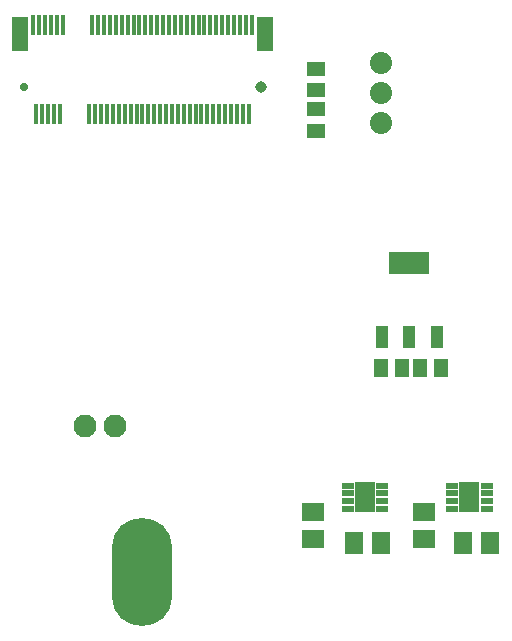
<source format=gts>
G04*
G04 #@! TF.GenerationSoftware,Altium Limited,Altium Designer,23.8.1 (32)*
G04*
G04 Layer_Color=8388736*
%FSLAX44Y44*%
%MOMM*%
G71*
G04*
G04 #@! TF.SameCoordinates,C7883470-4D28-45A4-81C0-78593BF10AE1*
G04*
G04*
G04 #@! TF.FilePolarity,Negative*
G04*
G01*
G75*
%ADD26R,3.4000X1.9000*%
%ADD27R,1.1000X1.9000*%
%ADD28R,1.3500X2.9000*%
%ADD29R,0.4500X1.7000*%
%ADD30R,1.3000X1.6000*%
%ADD31R,1.6000X1.3000*%
%ADD32R,1.5500X1.8500*%
%ADD33R,1.8500X1.5500*%
%ADD34R,1.7500X2.5500*%
%ADD35R,1.0500X0.5000*%
%ADD36C,1.9400*%
%ADD37C,1.8750*%
%ADD38C,0.9750*%
%ADD39C,0.7250*%
%ADD40O,5.1500X9.1500*%
D26*
X1328420Y1065280D02*
D03*
D27*
X1351420Y1002280D02*
D03*
X1328420D02*
D03*
X1305420D02*
D03*
D28*
X1205860Y1259120D02*
D03*
X998860D02*
D03*
D29*
X1194860Y1266870D02*
D03*
X1192360Y1191370D02*
D03*
X1189860Y1266870D02*
D03*
X1187360Y1191370D02*
D03*
X1184860Y1266870D02*
D03*
X1182360Y1191370D02*
D03*
X1179860Y1266870D02*
D03*
X1177360Y1191370D02*
D03*
X1174860Y1266870D02*
D03*
X1172360Y1191370D02*
D03*
X1169860Y1266870D02*
D03*
X1167360Y1191370D02*
D03*
X1164860Y1266870D02*
D03*
X1162360Y1191370D02*
D03*
X1159860Y1266870D02*
D03*
X1157360Y1191370D02*
D03*
X1154860Y1266870D02*
D03*
X1152360Y1191370D02*
D03*
X1149860Y1266870D02*
D03*
X1147360Y1191370D02*
D03*
X1144860Y1266870D02*
D03*
X1142360Y1191370D02*
D03*
X1139860Y1266870D02*
D03*
X1137360Y1191370D02*
D03*
X1134860Y1266870D02*
D03*
X1132360Y1191370D02*
D03*
X1129860Y1266870D02*
D03*
X1127360Y1191370D02*
D03*
X1124860Y1266870D02*
D03*
X1122360Y1191370D02*
D03*
X1119860Y1266870D02*
D03*
X1117360Y1191370D02*
D03*
X1114860Y1266870D02*
D03*
X1112360Y1191370D02*
D03*
X1109860Y1266870D02*
D03*
X1107360Y1191370D02*
D03*
X1104860Y1266870D02*
D03*
X1102360Y1191370D02*
D03*
X1099860Y1266870D02*
D03*
X1097360Y1191370D02*
D03*
X1094860Y1266870D02*
D03*
X1092360Y1191370D02*
D03*
X1089860Y1266870D02*
D03*
X1087360Y1191370D02*
D03*
X1084860Y1266870D02*
D03*
X1082360Y1191370D02*
D03*
X1079860Y1266870D02*
D03*
X1077360Y1191370D02*
D03*
X1074860Y1266870D02*
D03*
X1072360Y1191370D02*
D03*
X1069860Y1266870D02*
D03*
X1067360Y1191370D02*
D03*
X1064860Y1266870D02*
D03*
X1062360Y1191370D02*
D03*
X1059860Y1266870D02*
D03*
X1057360Y1191370D02*
D03*
X1034860Y1266870D02*
D03*
X1032360Y1191370D02*
D03*
X1029860Y1266870D02*
D03*
X1027360Y1191370D02*
D03*
X1024860Y1266870D02*
D03*
X1022360Y1191370D02*
D03*
X1019860Y1266870D02*
D03*
X1017360Y1191370D02*
D03*
X1014860Y1266870D02*
D03*
X1012360Y1191370D02*
D03*
X1009860Y1266870D02*
D03*
D30*
X1355090Y976630D02*
D03*
X1337090D02*
D03*
X1322180D02*
D03*
X1304180D02*
D03*
D31*
X1249680Y1195290D02*
D03*
Y1177290D02*
D03*
Y1211470D02*
D03*
Y1229470D02*
D03*
D32*
X1374140Y828040D02*
D03*
X1397000D02*
D03*
X1281430D02*
D03*
X1304290D02*
D03*
D33*
X1341120Y831850D02*
D03*
Y854710D02*
D03*
X1247140Y831850D02*
D03*
Y854710D02*
D03*
D34*
X1379220Y867000D02*
D03*
X1290850D02*
D03*
D35*
X1276350Y876750D02*
D03*
Y870250D02*
D03*
Y863750D02*
D03*
Y857250D02*
D03*
X1305350D02*
D03*
Y863750D02*
D03*
Y870250D02*
D03*
Y876750D02*
D03*
X1364720D02*
D03*
Y870250D02*
D03*
Y863750D02*
D03*
Y857250D02*
D03*
X1393720D02*
D03*
Y863750D02*
D03*
Y870250D02*
D03*
Y876750D02*
D03*
D36*
X1054100Y927100D02*
D03*
X1079500D02*
D03*
D37*
X1304290Y1234440D02*
D03*
Y1209040D02*
D03*
Y1183640D02*
D03*
D38*
X1202360Y1214120D02*
D03*
D39*
X1002360D02*
D03*
D40*
X1102360Y803910D02*
D03*
M02*

</source>
